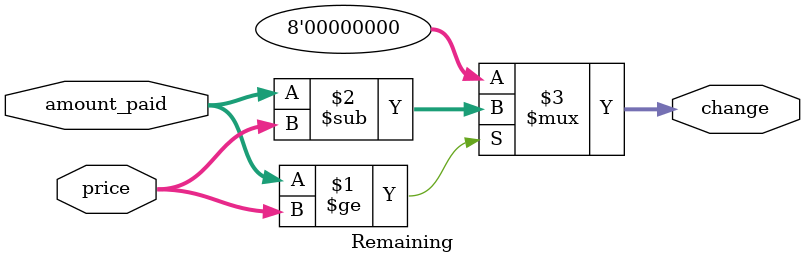
<source format=v>
module Remaining (
    input [7:0] price,
    input [7:0] amount_paid,
    output [7:0] change
);

    assign change = (amount_paid >= price) ? (amount_paid - price) : 8'b00000000;

endmodule

</source>
